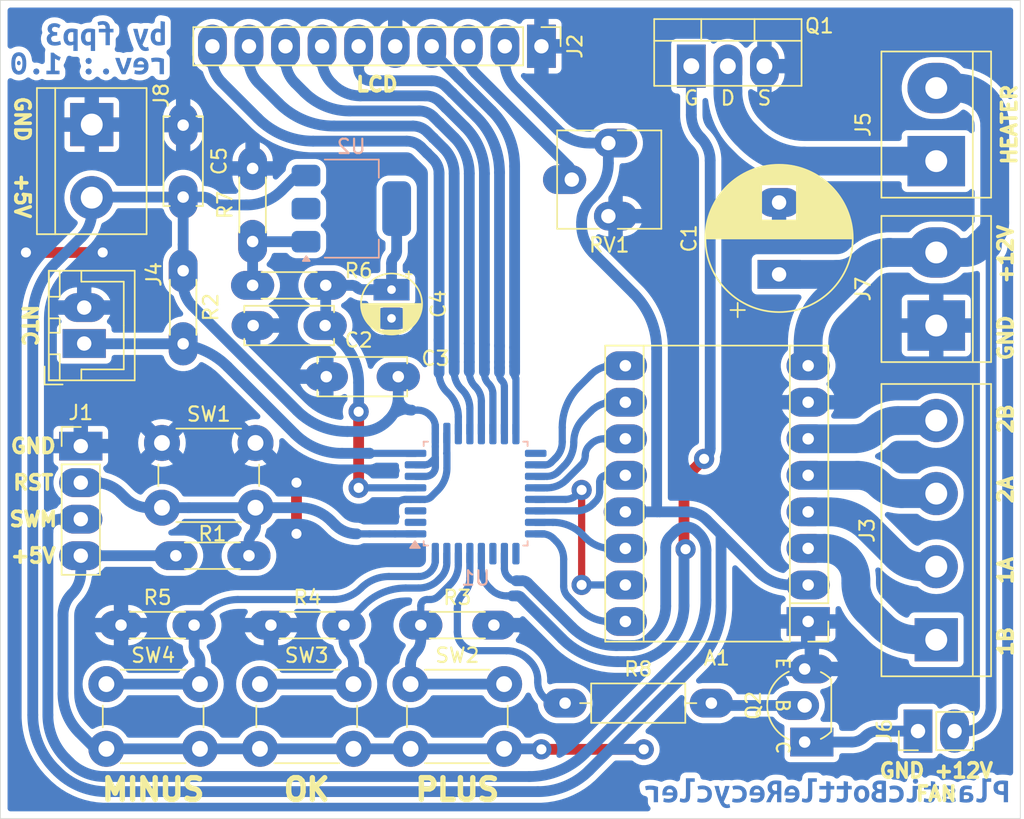
<source format=kicad_pcb>
(kicad_pcb (version 20241229) (generator "pcbnew") (generator_version "9.0")
  (layers (0 "F.Cu" signal) (2 "B.Cu" signal) (13 "F.Paste" user) (15 "B.Paste" user) (5 "F.SilkS" user "F.Silkscreen") (7 "B.SilkS" user "B.Silkscreen") (1 "F.Mask" user) (3 "B.Mask" user) (25 "Edge.Cuts" user))
  (net 0 "")
  (net 1 "Net-(A1-1B)")
  (net 2 "GND")
  (net 3 "Net-(A1-2A)")
  (net 4 "A4988_SLP")
  (net 5 "+5V")
  (net 6 "A4988_DIR")
  (net 7 "A4988_MS1")
  (net 8 "A4988_MS3")
  (net 9 "A4988_MS2")
  (net 10 "+12V")
  (net 11 "Net-(A1-1A)")
  (net 12 "Net-(A1-2B)")
  (net 13 "A4988_STP")
  (net 14 "A4988_ENA")
  (net 15 "+1V8")
  (net 16 "Net-(U2-ADJ)")
  (net 17 "HEATER")
  (net 18 "FAN1")
  (net 19 "SWIM")
  (net 20 "RESET")
  (net 21 "LCD_D5")
  (net 22 "LCD_RS")
  (net 23 "LCD_D4")
  (net 24 "LCD_D7")
  (net 25 "LCD_D6")
  (net 26 "LCD_EN")
  (net 27 "Net-(J2-Pin_3)")
  (net 28 "Net-(J4-Pin_1)")
  (net 29 "Net-(J5-Pin_1)")
  (net 30 "Net-(J6-Pin_1)")
  (net 31 "Net-(Q2-B)")
  (net 32 "BTN_PLUS")
  (net 33 "BTN_OK")
  (net 34 "BTN_MINUS")
  (footprint "Connector_PinHeader_2.54mm:PinHeader_1x02_P2.54mm_Vertical" (layer "F.Cu") (at 178.9 122.936 90)
    (property "Reference" "J6")
    (property "Value" "FAN1")
  )
  (footprint "Button_Switch_THT:SW_PUSH_6mm_H5mm" (layer "F.Cu") (at 133.18 119.67)
    (property "Reference" "SW3")
    (property "Value" "SW_Push")
  )
  (footprint "Resistor_THT:R_Axial_DIN0204_L3.6mm_D1.6mm_P5.08mm_Horizontal" (layer "F.Cu") (at 127.338 110.744)
    (property "Reference" "R1")
    (property "Value" "10K")
  )
  (footprint "Capacitor_THT:C_Disc_D6.0mm_W2.5mm_P5.00mm" (layer "F.Cu") (at 137.792 98.298)
    (property "Reference" "C3")
    (property "Value" "100n")
  )
  (footprint "PCM_Package_TO_SOT_THT_AKL:TO-92_Inline_Wide_CBE" (layer "F.Cu") (at 171.026 123.698 90)
    (property "Reference" "Q2")
    (property "Value" "BC337" (hide yes))
  )
  (footprint "TerminalBlock:TerminalBlock_bornier-2_P5.08mm" (layer "F.Cu") (at 180.17 83.312 90)
    (property "Reference" "J5")
    (property "Value" "HEATER")
  )
  (footprint "Connector_PinHeader_2.54mm:PinHeader_1x04_P2.54mm_Vertical" (layer "F.Cu") (at 120.734 103.124)
    (property "Reference" "J1")
    (property "Value" "SWIM")
  )
  (footprint "Button_Switch_THT:SW_PUSH_6mm_H5mm" (layer "F.Cu") (at 143.646 119.67)
    (property "Reference" "SW2")
    (property "Value" "SW_Push")
  )
  (footprint "Connector_PinHeader_2.54mm:PinHeader_1x10_P2.54mm_Vertical" (layer "F.Cu") (at 152.738 75.327 -90)
    (property "Reference" "J2")
    (property "Value" "LCD")
  )
  (footprint "TerminalBlock:TerminalBlock_bornier-2_P5.08mm" (layer "F.Cu") (at 121.496 80.772 -90)
    (property "Reference" "J8")
    (property "Value" "+5V")
  )
  (footprint "Capacitor_THT:CP_Radial_D4.0mm_P2.00mm" (layer "F.Cu") (at 142.324 92.2454 -90)
    (property "Reference" "C4")
    (property "Value" "10u")
  )
  (footprint "TerminalBlock:TerminalBlock_bornier-2_P5.08mm" (layer "F.Cu") (at 180.17 94.742 90)
    (property "Reference" "J7")
    (property "Value" "+12V")
  )
  (footprint "Resistor_THT:R_Axial_DIN0204_L3.6mm_D1.6mm_P5.08mm_Horizontal" (layer "F.Cu") (at 144.356 115.57)
    (property "Reference" "R3")
    (property "Value" "10K")
  )
  (footprint "Connector_JST:JST_XH_B2B-XH-A_1x02_P2.50mm_Vertical" (layer "F.Cu") (at 120.971 95.992 90)
    (property "Reference" "J4")
    (property "Value" "NTC")
  )
  (footprint "Resistor_THT:R_Axial_DIN0204_L3.6mm_D1.6mm_P5.08mm_Horizontal" (layer "F.Cu") (at 127.846 90.932 -90)
    (property "Reference" "R2")
    (property "Value" "4K7")
  )
  (footprint "TerminalBlock:TerminalBlock_bornier-4_P5.08mm" (layer "F.Cu") (at 180.17 116.586 90)
    (property "Reference" "J3")
    (property "Value" "Screw_Terminal_01x04")
  )
  (footprint "Resistor_THT:R_Axial_DIN0204_L3.6mm_D1.6mm_P5.08mm_Horizontal" (layer "F.Cu") (at 132.672 88.9 90)
    (property "Reference" "R7")
    (property "Value" "4K7")
  )
  (footprint "Capacitor_THT:CP_Radial_D10.0mm_P5.00mm" (layer "F.Cu") (at 169.248 91.186 90)
    (property "Reference" "C1")
    (property "Value" "1000u")
  )
  (footprint "PCM_Package_TO_SOT_THT_AKL:TO-220-3_Vertical_GDS" (layer "F.Cu") (at 163.152 76.708)
    (property "Reference" "Q1")
    (property "Value" "IRF3205" (hide yes))
  )
  (footprint "Button_Switch_THT:SW_PUSH_6mm_H5mm" (layer "F.Cu") (at 122.512 119.67)
    (property "Reference" "SW4")
    (property "Value" "SW_Push")
  )
  (footprint "Button_Switch_THT:SW_PUSH_6mm_H5mm" (layer "F.Cu") (at 126.374 102.906)
    (property "Reference" "SW1")
    (property "Value" "RESET")
  )
  (footprint "Module:Pololu_Breakout-16_15.2x20.3mm" (layer "F.Cu") (at 171.27 115.316 180)
    (property "Reference" "A1")
    (property "Value" "Pololu_Breakout_A4988")
  )
  (footprint "Resistor_THT:R_Axial_DIN0207_L6.3mm_D2.5mm_P10.16mm_Horizontal" (layer "F.Cu") (at 154.384 120.994)
    (property "Reference" "R8")
    (property "Value" "680")
  )
  (footprint "Potentiometer_THT:Potentiometer_Vishay_T73YP_Vertical" (layer "F.Cu") (at 157.3885 82.057 180)
    (property "Reference" "RV1")
    (property "Value" "100K")
  )
  (footprint "Resistor_THT:R_Axial_DIN0204_L3.6mm_D1.6mm_P5.08mm_Horizontal" (layer "F.Cu") (at 123.528 115.57)
    (property "Reference" "R5")
    (property "Value" "10K")
  )
  (footprint "Resistor_THT:R_Axial_DIN0204_L3.6mm_D1.6mm_P5.08mm_Horizontal" (layer "F.Cu") (at 133.942 115.57)
    (property "Reference" "R4")
    (property "Value" "10K")
  )
  (footprint "Capacitor_THT:C_Disc_D6.0mm_W2.5mm_P5.00mm" (layer "F.Cu") (at 127.846 80.812 -90)
    (property "Reference" "C5")
    (property "Value" "100n")
  )
  (footprint "Capacitor_THT:C_Disc_D6.0mm_W2.5mm_P5.00mm" (layer "F.Cu") (at 132.712 94.742)
    (property "Reference" "C2")
    (property "Value" "100n")
  )
  (footprint "Resistor_THT:R_Axial_DIN0204_L3.6mm_D1.6mm_P5.08mm_Horizontal" (layer "F.Cu") (at 137.752 91.948 180)
    (property "Reference" "R6")
    (property "Value" "10K")
  )
  (footprint "kibuzzard-679459C7" (layer "B.Cu") (at 121.242 75.438 180)
    (property "Reference" "kibuzzard-679459C7" (hide yes))
    (property "Value" "G***" (hide yes))
  )
  (footprint "Package_QFP:LQFP-32_7x7mm_P0.8mm" (layer "B.Cu") (at 148.166 106.426)
    (property "Reference" "U1")
    (property "Value" "STM8S005K6T6C")
  )
  (footprint "Package_TO_SOT_SMD:SOT-223-3_TabPin2" (layer "B.Cu") (at 139.53 86.614)
    (property "Reference" "U2")
    (property "Value" "AMS1117")
  )
  (footprint "kibuzzard-679458C4" (layer "B.Cu") (at 172.55 127.254 180)
    (property "Reference" "kibuzzard-679458C4" (hide yes))
    (property "Value" "G***" (hide yes))
  )
  (gr_rect (start 115.146 72.136) (end 186.012 129.016) (stroke (width 0.05)) (fill no) (layer "Edge.Cuts"))
  (gr_text "GND" (at 117.432 103.124 0) (layer "F.SilkS") (effects (font (size 1 1) (thickness 0.25) (bold yes))))
  (gr_text "GND   +12V" (at 184.996 92.456 90) (layer "F.SilkS") (effects (font (size 1 1) (thickness 0.25) (bold yes))))
  (gr_text "HEATER" (at 185.25 80.772 90) (layer "F.SilkS") (effects (font (size 1 1) (thickness 0.25) (bold yes))))
  (gr_text "LCD" (at 141.308 77.978 0) (layer "F.SilkS") (effects (font (size 1 1) (thickness 0.25) (bold yes))))
  (gr_text "GND +12V\nFAN" (at 180.17 126.492 0) (layer "F.SilkS") (effects (font (size 1 1) (thickness 0.25) (bold yes))))
  (gr_text "MINUS" (at 125.762 127 0) (layer "F.SilkS") (effects (font (size 1.5 1.5) (thickness 0.375) (bold yes))))
  (gr_text "+5V" (at 117.432 110.744 0) (layer "F.SilkS") (effects (font (size 1 1) (thickness 0.25) (bold yes))))
  (gr_text "GND   +5V" (at 116.67 83.058 270) (layer "F.SilkS") (effects (font (size 1 1) (thickness 0.25) (bold yes))))
  (gr_text "PLUS" (at 146.896 127 0) (layer "F.SilkS") (effects (font (size 1.5 1.5) (thickness 0.375) (bold yes))))
  (gr_text "OK" (at 136.43 127 0) (layer "F.SilkS") (effects (font (size 1.5 1.5) (thickness 0.375) (bold yes))))
  (gr_text "SWM" (at 117.432 108.204 0) (layer "F.SilkS") (effects (font (size 1 1) (thickness 0.25) (bold yes))))
  (gr_text "NTC" (at 117.178 94.742 -90) (layer "F.SilkS") (effects (font (size 1 1) (thickness 0.25) (bold yes))))
  (gr_text "1B    1A     2A    2B" (at 184.996 108.966 90) (layer "F.SilkS") (effects (font (size 1 1) (thickness 0.25) (bold yes))))
  (gr_text "RST" (at 117.432 105.664 0) (layer "F.SilkS") (effects (font (size 1 1) (thickness 0.25) (bold yes))))
  (segment (start 175.390223 114.600223) (end 176.388171 115.598171) (width 2) (layer "B.Cu") (net 1))
  (segment (start 178.773 116.586) (end 180.17 116.586) (width 2) (layer "B.Cu") (net 1))
  (segment (start 174.582 112.649) (end 174.582 112.404025) (width 2) (layer "B.Cu") (net 1))
  (segment (start 172.413974 110.236) (end 171.27 110.236) (width 2) (layer "B.Cu") (net 1))
  (arc (start 176.388171 115.598171) (mid 177.48234 116.329271) (end 178.773 116.586) (width 2) (layer "B.Cu") (net 1))
  (arc (start 172.413974 110.236) (mid 173.243641 110.401031) (end 173.947 110.871) (width 2) (layer "B.Cu") (net 1))
  (arc (start 175.390223 114.600223) (mid 174.79205 113.704994) (end 174.582 112.649) (width 2) (layer "B.Cu") (net 1))
  (arc (start 174.582 112.404025) (mid 174.416968 111.574357) (end 173.947 110.871) (width 2) (layer "B.Cu") (net 1))
  (segment (start 122.258 89.662) (end 116.924 89.662) (width 0.75) (layer "F.Cu") (net 2))
  (segment (start 135.72 105.664) (end 135.72 109.22) (width 0.75) (layer "F.Cu") (net 2))
  (via (at 135.72 109.22) (size 1.4) (drill 0.7) (layers "F.Cu" "B.Cu") (net 2))
  (via (at 116.924 89.662) (size 1.4) (drill 0.7) (layers "F.Cu" "B.Cu") (net 2))
  (via (at 122.258 89.662) (size 1.4) (drill 0.7) (layers "F.Cu" "B.Cu") (net 2))
  (via (at 135.72 105.664) (size 1.4) (drill 0.7) (layers "F.Cu" "B.Cu") (net 2))
  (segment (start 142.657626 107.108372) (end 142.07 107.696) (width 0.5) (layer "B.Cu") (net 2))
  (segment (start 146.166 103.623444) (end 146.166 102.251) (width 0.5) (layer "B.Cu") (net 2))
  (segment (start 144.315865 106.826) (end 143.666135 106.826) (width 0.5) (layer "B.Cu") (net 2))
  (segment (start 145.535529 106.189529) (end 145.081721 106.643336) (width 0.5) (layer "B.Cu") (net 2))
  (segment (start 144.315865 106.826) (end 144.64073 106.826) (width 0.5) (layer "B.Cu") (net 2))
  (segment (start 142.578 75.327) (end 142.578 73.406) (width 0.75) (layer "B.Cu") (net 2))
  (segment (start 151.034394 115.57) (end 149.436 115.57) (width 0.75) (layer "B.Cu") (net 2))
  (segment (start 143.666135 106.826) (end 143.339331 106.826) (width 0.5) (layer "B.Cu") (net 2))
  (segment (start 146.172 104.652952) (end 146.172 103.637929) (width 0.5) (layer "B.Cu") (net 2))
  (segment (start 151.341 115.697) (end 151.468 115.824) (width 0.75) (layer "B.Cu") (net 2))
  (arc (start 142.657626 107.108372) (mid 142.970395 106.899386) (end 143.339331 106.826) (width 0.5) (layer "B.Cu") (net 2))
  (arc (start 151.034394 115.57) (mid 151.200328 115.603006) (end 151.341 115.697) (width 0.75) (layer "B.Cu") (net 2))
  (arc (start 146.169 103.630687) (mid 146.17122 103.634009) (end 146.172 103.637929) (width 0.5) (layer "B.Cu") (net 2))
  (arc (start 146.166 103.623444) (mid 146.166779 103.627363) (end 146.169 103.630687) (width 0.5) (layer "B.Cu") (net 2))
  (arc (start 145.081721 106.643336) (mid 144.879393 106.778527) (end 144.64073 106.826) (width 0.5) (layer "B.Cu") (net 2))
  (arc (start 145.535529 106.189529) (mid 146.006586 105.484541) (end 146.172 104.652952) (width 0.5) (layer "B.Cu") (net 2))
  (segment (start 174.699974 105.156) (end 171.27 105.156) (width 2) (layer "B.Cu") (net 3))
  (segment (start 177.766025 106.426) (end 180.17 106.426) (width 2) (layer "B.Cu") (net 3))
  (arc (start 174.699974 105.156) (mid 175.529641 105.321031) (end 176.233 105.791) (width 2) (layer "B.Cu") (net 3))
  (arc (start 177.766025 106.426) (mid 176.936357 106.260968) (end 176.233 105.791) (width 2) (layer "B.Cu") (net 3))
  (segment (start 157.559 110.236) (end 158.57 110.236) (width 0.5) (layer "B.Cu") (net 4))
  (segment (start 153.5395 108.426) (end 152.341 108.426) (width 0.5) (layer "B.Cu") (net 4))
  (segment (start 155.833115 109.521115) (end 155.585467 109.273467) (width 0.5) (layer "B.Cu") (net 4))
  (arc (start 157.559 110.236) (mid 156.624957 110.050207) (end 155.833115 109.521115) (width 0.5) (layer "B.Cu") (net 4))
  (arc (start 153.5395 108.426) (mid 154.646769 108.646249) (end 155.585467 109.273467) (width 0.5) (layer "B.Cu") (net 4))
  (segment (start 159.85 124.206) (end 152.738 124.206) (width 0.75) (layer "F.Cu") (net 5))
  (via (at 152.738 124.206) (size 1.4) (drill 0.7) (layers "F.Cu" "B.Cu") (net 5))
  (via (at 159.85 124.206) (size 1.4) (drill 0.7) (layers "F.Cu" "B.Cu") (net 5))
  (segment (start 120.734 110.744) (end 127.338 110.744) (width 0.75) (layer "B.Cu") (net 5))
  (segment (start 157.55423 124.176692) (end 163.624207 118.106716) (width 0.75) (layer "B.Cu") (net 5))
  (segment (start 157.55423 124.176692) (end 157.534693 124.196231) (width 0.75) (layer "B.Cu") (net 5))
  (segment (start 160.745 96.366963) (end 160.745 107.48944) (width 0.75) (layer "B.Cu") (net 5))
  (segment (start 122.512746 127.145) (end 152.493921 127.145) (width 0.75) (layer "B.Cu") (net 5))
  (segment (start 157.3885 82.057) (end 156.08675 82.057) (width 0.75) (layer "B.Cu") (net 5))
  (segment (start 119.107014 125.7343) (end 118.957857 125.585143) (width 0.75) (layer "B.Cu") (net 5))
  (segment (start 120.734 111.902016) (end 120.734 110.744) (width 0.75) (layer "B.Cu") (net 5))
  (segment (start 150.955664 78.227664) (end 153.864523 81.136523) (width 0.75) (layer "B.Cu") (net 5))
  (segment (start 150.198 76.3985) (end 150.198 75.327) (width 0.75) (layer "B.Cu") (net 5))
  (segment (start 165.184 109.22) (end 165.15 109.186) (width 0.75) (layer "B.Cu") (net 5))
  (segment (start 150.146 124.17) (end 152.676544 124.17) (width 0.75) (layer "B.Cu") (net 5))
  (segment (start 145.372 104.553399) (end 145.372 103.9693) (width 0.5) (layer "B.Cu") (net 5))
  (segment (start 121.496 85.880284) (end 121.496 86.868) (width 0.75) (layer "B.Cu") (net 5))
  (segment (start 156.398345 85.758345) (end 156.274538 85.882152) (width 0.75) (layer "B.Cu") (net 5))
  (segment (start 155.532 87.762346) (end 155.531997 87.572468) (width 0.75) (layer "B.Cu") (net 5))
  (segment (start 165.15 109.186) (end 164.23654 108.27254) (width 0.75) (layer "B.Cu") (net 5))
  (segment (start 144.629102 104.426) (end 143.991 104.426) (width 0.5) (layer "B.Cu") (net 5))
  (segment (start 130.519494 86.36) (end 132.241259 86.36) (width 0.75) (layer "B.Cu") (net 5))
  (segment (start 142.049999 101.365999) (end 142.137219 101.27878) (width 0.75) (layer "B.Cu") (net 5))
  (segment (start 127.846 89.119192) (end 127.846 85.812) (width 0.75) (layer "B.Cu") (net 5))
  (segment (start 145.366 102.251) (end 145.366 103.156) (width 0.5) (layer "B.Cu") (net 5))
  (segment (start 160.78044 107.696) (end 158.57 107.696) (width 0.75) (layer "B.Cu") (net 5))
  (segment (start 145.005 100.985) (end 145.046034 101.026034) (width 0.5) (layer "B.Cu") (net 5))
  (segment (start 117.398 121.819315) (end 117.398 94.235963) (width 0.75) (layer "B.Cu") (net 5))
  (segment (start 144.133468 100.624) (end 143.718 100.624) (width 0.5) (layer "B.Cu") (net 5))
  (segment (start 145.366 102.251) (end 145.366 101.7985) (width 0.5) (layer "B.Cu") (net 5))
  (segment (start 165.201 109.237) (end 167.845509 111.881509) (width 0.75) (layer "B.Cu") (net 5))
  (segment (start 165.15 109.186) (end 165.184 109.22) (width 0.75) (layer "B.Cu") (net 5))
  (segment (start 145.089946 104.235112) (end 145.363 103.962058) (width 0.5) (layer "B.Cu") (net 5))
  (segment (start 129.196505 85.812) (end 127.846 85.812) (width 0.75) (layer "B.Cu") (net 5))
  (segment (start 157.3885 82.057) (end 157.3885 83.455448) (width 0.75) (layer "B.Cu") (net 5))
  (segment (start 165.201 109.237) (end 165.184 109.22) (width 0.75) (layer "B.Cu") (net 5))
  (segment (start 156.065193 125.665731) (end 157.534693 124.196231) (width 0.75) (layer "B.Cu") (net 5))
  (segment (start 156.336442 89.704442) (end 159.151207 92.519207) (width 0.75) (layer "B.Cu") (net 5))
  (segment (start 156.460249 85.696441) (end 156.398345 85.758345) (width 0.75) (layer "B.Cu") (net 5))
  (segment (start 142.792 99.698) (end 142.792 98.298) (width 0.75) (layer "B.Cu") (net 5))
  (segment (start 128.486924 93.385732) (end 135.760044 100.658852) (width 0.75) (layer "B.Cu") (net 5))
  (segment (start 157.577815 124.206) (end 159.85 124.206) (width 0.75) (layer "B.Cu") (net 5))
  (segment (start 160.951559 107.696) (end 160.78044 107.696) (width 0.75) (layer "B.Cu") (net 5))
  (segment (start 139.258596 102.108) (end 140.258653 102.108) (width 0.75) (layer "B.Cu") (net 5))
  (segment (start 152.72 124.188) (end 152.738 124.206) (width 0.75) (layer "B.Cu") (net 5))
  (segment (start 119.498 120.325595) (end 119.498 114.885983) (width 0.75) (layer "B.Cu") (net 5))
  (segment (start 120.777579 88.60242) (end 118.991792 90.388207) (width 0.75) (layer "B.Cu") (net 5))
  (segment (start 165.201 109.237) (end 165.184 109.22) (width 0.75) (layer "B.Cu") (net 5))
  (segment (start 150.146 124.17) (end 121.75 124.17) (width 0.75) (layer "B.Cu") (net 5))
  (segment (start 170.005 112.776) (end 171.27 112.776) (width 0.75) (layer "B.Cu") (net 5))
  (segment (start 144.699399 105.226) (end 143.991 105.226) (width 0.5) (layer "B.Cu") (net 5))
  (segment (start 134.710999 85.336999) (end 135.505604 84.542395) (width 0.75) (layer "B.Cu") (net 5))
  (segment (start 160.951559 107.696) (end 162.844649 107.696) (width 0.75) (layer "B.Cu") (net 5))
  (segment (start 165.218 114.25896) (end 165.218 109.278041) (width 0.75) (layer "B.Cu") (net 5))
  (segment (start 127.846 89.119192) (end 127.846 90.932) (width 0.75) (layer "B.Cu") (net 5))
  (segment (start 127.846 90.932) (end 127.846 91.838404) (width 0.75) (layer "B.Cu") (net 5))
  (segment (start 136.057 84.314) (end 136.38 84.314) (width 0.75) (layer "B.Cu") (net 5))
  (segment (start 156.202143 85.954548) (end 156.274538 85.882152) (width 0.75) (layer "B.Cu") (net 5))
  (segment (start 145.366 103.954815) (end 145.366 103.156) (width 0.5) (layer "B.Cu") (net 5))
  (segment (start 120.624 123.044) (end 121.75 124.17) (width 0.75) (layer "B.Cu") (net 5))
  (segment (start 127.846 85.812) (end 121.564284 85.812) (width 0.75) (layer "B.Cu") (net 5))
  (arc (start 157.55423 124.176692) (mid 157.550184 124.186461) (end 157.554231 124.196231) (width 0.75) (layer "B.Cu") (net 5))
  (arc (start 120.734 111.902016) (mid 120.573387 112.709471) (end 120.116 113.394) (width 0.75) (layer "B.Cu") (net 5))
  (arc (start 121.496 86.868) (mid 121.309288 87.806661) (end 120.777579 88.60242) (width 0.75) (layer "B.Cu") (net 5))
  (arc (start 145.366 103.954815) (mid 145.366779 103.958734) (end 145.369 103.962058) (width 0.5) (layer "B.Cu") (net 5))
  (arc (start 152.676544 124.17) (mid 152.700062 124.174678) (end 152.72 124.188) (width 0.75) (layer "B.Cu") (net 5))
  (arc (start 145.089946 104.235112) (mid 144.878509 104.37639) (end 144.629102 104.426) (width 0.5) (layer "B.Cu") (net 5))
  (arc (start 160.8055 107.6355) (mid 160.872512 107.680276) (end 160.951559 107.696) (width 0.75) (layer "B.Cu") (net 5))
  (arc (start 145.372 103.9693) (mid 145.37122 103.96538) (end 145.369 103.962058) (width 0.5) (layer "B.Cu") (net 5))
  (arc (start 157.554231 124.196231) (mid 157.544462 124.192184) (end 157.534693 124.196231) (width 0.75) (layer "B.Cu") (net 5))
  (arc (start 122.512746 127.145) (mid 120.669577 126.778371) (end 119.107014 125.7343) (width 0.75) (layer "B.Cu") (net 5))
  (arc (start 121.496 85.880284) (mid 121.501197 85.854152) (end 121.516 85.832) (width 0.75) (layer "B.Cu") (net 5))
  (arc (start 145.363 103.962058) (mid 145.366 103.960815) (end 145.369 103.962058) (width 0.5) (layer "B.Cu") (net 5))
  (arc (start 156.460249 85.696441) (mid 157.147255 84.668265) (end 157.3885 83.455448) (width 0.75) (layer "B.Cu") (net 5))
  (arc (start 120.116 113.394) (mid 119.658612 114.078527) (end 119.498 114.885983) (width 0.75) (layer "B.Cu") (net 5))
  (arc (start 129.196505 85.812) (mid 129.554503 85.88321) (end 129.858 86.086) (width 0.75) (layer "B.Cu") (net 5))
  (arc (start 165.218 114.25896) (mid 164.803786 116.34135) (end 163.624207 118.106716) (width 0.75) (layer "B.Cu") (net 5))
  (arc (start 153.864523 81.136523) (mid 154.884089 81.817775) (end 156.08675 82.057) (width 0.75) (layer "B.Cu") (net 5))
  (arc (start 165.201 109.237) (mid 165.201 109.237) (end 165.201 109.237) (width 0.75) (layer "B.Cu") (net 5))
  (arc (start 156.065193 125.665731) (mid 154.426679 126.76055) (end 152.493921 127.145) (width 0.75) (layer "B.Cu") (net 5))
  (arc (start 165.201 109.237) (mid 165.213581 109.255829) (end 165.218 109.278041) (width 0.75) (layer "B.Cu") (net 5))
  (arc (start 118.991792 90.388207) (mid 117.812213 92.153572) (end 117.398 94.235963) (width 0.75) (layer "B.Cu") (net 5))
  (arc (start 156.202143 85.954548) (mid 155.706154 86.696856) (end 155.531997 87.572468) (width 0.75) (layer "B.Cu") (net 5))
  (arc (start 160.8055 107.6355) (mid 160.813182 107.674122) (end 160.78044 107.696) (width 0.75) (layer "B.Cu") (net 5))
  (arc (start 134.710999 85.336999) (mid 133.577873 86.09413) (end 132.241259 86.36) (width 0.75) (layer "B.Cu") (net 5))
  (arc (start 145.372 104.553399) (mid 145.320801 104.810792) (end 145.175 105.029) (width 0.5) (layer "B.Cu") (net 5))
  (arc (start 150.198 76.3985) (mid 150.39491 77.388436) (end 150.955664 78.227664) (width 0.75) (layer "B.Cu") (net 5))
  (arc (start 121.564284 85.812) (mid 121.538152 85.817197) (end 121.516 85.832) (width 0.75) (layer "B.Cu") (net 5))
  (arc (start 165.184 109.22) (mid 165.184 109.22) (end 165.184 109.22) (width 0.75) (layer "B.Cu") (net 5))
  (arc (start 129.858 86.086) (mid 130.161496 86.288789) (end 130.519494 86.36) (width 0.75) (layer "B.Cu") (net 5))
  (arc (start 160.8055 107.6355) (mid 160.760723 107.568487) (end 160.745 107.48944) (width 0.75) (layer "B.Cu") (net 5))
  (arc (start 143.718 100.624) (mid 142.862487 100.794171) (end 142.137219 101.27878) (width 0.5) (layer "B.Cu") (net 5))
  (arc (start 120.624 123.044) (mid 119.790637 121.796785) (end 119.498 120.325595) (width 0.75) (layer "B.Cu") (net 5))
  (arc (start 139.258596 102.108) (mid 137.365193 101.731378) (end 135.760044 100.658852) (width 0.75) (layer "B.Cu") (net 5))
  (arc (start 160.745 96.366963) (mid 160.330786 94.284572) (end 159.151207 92.519207) (width 0.75) (layer "B.Cu") (net 5))
  (arc (start 142.792 99.698) (mid 143.063219 100.35278) (end 143.718 100.624) (width 0.75) (layer "B.Cu") (net 5))
  (arc (start 156.336442 89.704442) (mid 155.741067 88.813401) (end 155.532 87.762346) (width 0.75) (layer "B.Cu") (net 5))
  (arc (start 144.699399 105.226) (mid 144.956792 105.174801) (end 145.175 105.029) (width 0.5) (layer "B.Cu") (net 5))
  (arc (start 164.23654 108.27254) (mid 163.597935 107.845838) (end 162.844649 107.696) (width 0.75) (layer "B.Cu") (net 5))
  (arc (start 136.057 84.314) (mid 135.758586 84.373357) (end 135.505604 84.542395) (width 0.75) (layer "B.Cu") (net 5))
  (arc (start 128.486924 93.385732) (mid 128.01257 92.675811) (end 127.846 91.838404) (width 0.75) (layer "B.Cu") (net 5))
  (arc (start 142.049999 101.365999) (mid 141.228122 101.91516) (end 140.258653 102.108) (width 0.75) (layer "B.Cu") (net 5))
  (arc (start 117.398 121.819315) (mid 117.803393 123.857366) (end 118.957857 125.585143) (width 0.75) (layer "B.Cu") (net 5))
  (arc (start 142.792 99.698) (mid 142.621827 100.553512) (end 142.137219 101.27878) (width 0.75) (layer "B.Cu") (net 5))
  (arc (start 157.577815 124.206) (mid 157.565051 124.203461) (end 157.554231 124.196231) (width 0.75) (layer "B.Cu") (net 5))
  (arc (start 170.005 112.776) (mid 168.836292 112.543529) (end 167.845509 111.881509) (width 0.75) (layer "B.Cu") (net 5))
  (arc (start 145.366 103.954815) (mid 145.36522 103.958734) (end 145.363 103.962058) (width 0.5) (layer "B.Cu") (net 5))
  (arc (start 144.133468 100.624) (mid 144.605137 100.71782) (end 145.005 100.985) (width 0.5) (layer "B.Cu") (net 5))
  (arc (start 145.046034 101.026034) (mid 145.282843 101.380444) (end 145.366 101.7985) (width 0.5) (layer "B.Cu") (net 5))
  (segment (start 152.7965 109.226) (end 152.341 109.226) (width 0.5) (layer "B.Cu") (net 6))
  (segment (start 157.437116 115.316) (end 158.57 115.316) (width 0.5) (layer "B.Cu") (net 6))
  (segment (start 153.574087 109.548087) (end 153.767 109.741) (width 0.5) (layer "B.Cu") (net 6))
  (segment (start 155.503163 114.51493) (end 154.594453 113.60622) (width 0.5) (layer "B.Cu") (net 6))
  (segment (start 154.282 110.984319) (end 154.282 112.851892) (width 0.5) (layer "B.Cu") (net 6))
  (arc (start 154.282 110.984319) (mid 154.148155 110.311439) (end 153.767 109.741) (width 0.5) (layer "B.Cu") (net 6))
  (arc (start 155.503163 114.51493) (mid 156.390468 115.107808) (end 157.437116 115.316) (width 0.5) (layer "B.Cu") (net 6))
  (arc (start 153.574087 109.548087) (mid 153.217327 109.309707) (end 152.7965 109.226) (width 0.5) (layer "B.Cu") (net 6))
  (arc (start 154.282 112.851892) (mid 154.363204 113.260131) (end 154.594453 113.60622) (width 0.5) (layer "B.Cu") (net 6))
  (segment (start 157.686 100.076) (end 158.57 100.076) (width 0.5) (layer "B.Cu") (net 7))
  (segment (start 153.901475 104.904953) (end 154.304197 104.502231) (width 0.5) (layer "B.Cu") (net 7))
  (segment (start 153.126399 105.226) (end 152.341 105.226) (width 0.5) (layer "B.Cu") (net 7))
  (segment (start 156.176917 100.701082) (end 155.667802 101.210197) (width 0.5) (layer "B.Cu") (net 7))
  (arc (start 154.986 102.856214) (mid 154.808805 103.747032) (end 154.304197 104.502231) (width 0.5) (layer "B.Cu") (net 7))
  (arc (start 154.986 102.856214) (mid 155.163194 101.965396) (end 155.667802 101.210197) (width 0.5) (layer "B.Cu") (net 7))
  (arc (start 153.126399 105.226) (mid 153.545867 105.142563) (end 153.901475 104.904953) (width 0.5) (layer "B.Cu") (net 7))
  (arc (start 156.176917 100.701082) (mid 156.86929 100.238453) (end 157.686 100.076) (width 0.5) (layer "B.Cu") (net 7))
  (segment (start 156.34772 107.125611) (end 156.325945 107.147387) (width 0.5) (layer "B.Cu") (net 8))
  (segment (start 155.185871 107.626) (end 152.341 107.626) (width 0.5) (layer "B.Cu") (net 8))
  (segment (start 156.498594 106.974733) (end 156.34772 107.125611) (width 0.5) (layer "B.Cu") (net 8))
  (segment (start 156.325945 107.147387) (end 156.315058 107.158275) (width 0.5) (layer "B.Cu") (net 8))
  (segment (start 156.782783 105.62241) (end 156.782783 106.288624) (width 0.5) (layer "B.Cu") (net 8))
  (segment (start 157.249193 105.156) (end 158.57 105.156) (width 0.5) (layer "B.Cu") (net 8))
  (arc (start 156.498594 106.974733) (mid 156.708925 106.659942) (end 156.782783 106.288624) (width 0.5) (layer "B.Cu") (net 8))
  (arc (start 155.185871 107.626) (mid 155.796982 107.504442) (end 156.315058 107.158275) (width 0.5) (layer "B.Cu") (net 8))
  (arc (start 156.782783 105.62241) (mid 156.818286 105.443922) (end 156.919391 105.292608) (width 0.5) (layer "B.Cu") (net 8))
  (arc (start 156.919391 105.292608) (mid 157.070705 105.191503) (end 157.249193 105.156) (width 0.5) (layer "B.Cu") (net 8))
  (segment (start 154.46716 105.470638) (end 155.51242 104.425378) (width 0.5) (layer "B.Cu") (net 9))
  (segment (start 157.086815 102.616) (end 158.57 102.616) (width 0.5) (layer "B.Cu") (net 9))
  (segment (start 156.059579 103.10442) (end 156.167 102.997) (width 0.5) (layer "B.Cu") (net 9))
  (segment (start 153.126399 106.026) (end 152.341 106.026) (width 0.5) (layer "B.Cu") (net 9))
  (arc (start 154.46716 105.470638) (mid 153.852013 105.881666) (end 153.126399 106.026) (width 0.5) (layer "B.Cu") (net 9))
  (arc (start 156.167 102.997) (mid 156.589014 102.715018) (end 157.086815 102.616) (width 0.5) (layer "B.Cu") (net 9))
  (arc (start 156.059579 103.10442) (mid 155.8571 103.40745) (end 155.786 103.764899) (width 0.5) (layer "B.Cu") (net 9))
  (arc (start 155.786 103.764899) (mid 155.714898 104.122347) (end 155.51242 104.425378) (width 0.5) (layer "B.Cu") (net 9))
  (segment (start 180.17 89.662) (end 182.171184 89.662) (width 2) (layer "B.Cu") (net 10))
  (segment (start 184.234 87.599184) (end 184.234 80.83363) (width 2) (layer "B.Cu") (net 10))
  (segment (start 183.726 88.646) (end 183.853 88.519) (width 2) (layer "B.Cu") (net 10))
  (segment (start 181.632369 78.232) (end 180.17 78.232) (width 2) (layer "B.Cu") (net 10))
  (segment (start 171.27 95.89) (end 171.27 97.536) (width 2) (layer "B.Cu") (net 10))
  (segment (start 183.091 89.281) (end 183.218 89.154) (width 2) (layer "B.Cu") (net 10))
  (segment (start 183.726 88.646) (end 183.218 89.154) (width 2) (layer "B.Cu") (net 10))
  (segment (start 183.98 121.201579) (end 183.98 89.76721) (width 0.75) (layer "B.Cu") (net 10))
  (segment (start 173.250369 91.186) (end 169.248 91.186) (width 2) (layer "B.Cu") (net 10))
  (segment (start 182.245579 122.936) (end 181.44 122.936) (width 0.75) (layer "B.Cu") (net 10))
  (segment (start 176.92963 89.662) (end 180.17 89.662) (width 2) (layer "B.Cu") (net 10))
  (segment (start 172.433897 93.080102) (end 175.089999 90.423999) (width 2) (layer "B.Cu") (net 10))
  (arc (start 181.632369 78.232) (mid 182.62797 78.430037) (end 183.472 78.994) (width 2) (layer "B.Cu") (net 10))
  (arc (start 183.98 89.76721) (mid 183.913987 89.435343) (end 183.726 89.154) (width 0.75) (layer "B.Cu") (net 10))
  (arc (start 175.089999 90.423999) (mid 175.934029 89.860037) (end 176.92963 89.662) (width 2) (layer "B.Cu") (net 10))
  (arc (start 183.218 89.154) (mid 183.472 89.048789) (end 183.726 89.154) (width 0.75) (layer "B.Cu") (net 10))
  (arc (start 183.091 89.281) (mid 182.668984 89.562981) (end 182.171184 89.662) (width 2) (layer "B.Cu") (net 10))
  (arc (start 175.09 90.424) (mid 175.934029 89.860037) (end 176.92963 89.662) (width 2) (layer "B.Cu") (net 10))
  (arc (start 172.433897 93.080102) (mid 171.572486 94.369294) (end 171.27 95.89) (width 2) (layer "B.Cu") (net 10))
  (arc (start 184.234 87.599184) (mid 184.134981 88.096984) (end 183.853 88.519) (width 2) (layer "B.Cu") (net 10))
  (arc (start 183.726 88.646) (mid 183.620789 88.9) (end 183.726 89.154) (width 2) (layer "B.Cu") (net 10))
  (arc (start 183.472 78.994) (mid 184.035962 79.838029) (end 184.234 80.83363) (width 2) (layer "B.Cu") (net 10))
  (arc (start 175.09 90.424) (mid 175.089999 90.423999) (end 175.089999 90.423999) (width 2) (layer "B.Cu") (net 10))
  (arc (start 183.98 121.201579) (mid 183.847975 121.865313) (end 183.472 122.428) (width 0.75) (layer "B.Cu") (net 10))
  (arc (start 182.245579 122.936) (mid 182.909313 122.803975) (end 183.472 122.428) (width 0.75) (layer "B.Cu") (net 10))
  (arc (start 175.09 90.424) (mid 174.24597 90.987962) (end 173.250369 91.186) (width 2) (layer "B.Cu") (net 10))
  (segment (start 172.799 107.696) (end 171.27 107.696) (width 2) (layer "B.Cu") (net 11))
  (segment (start 179.154 111.506) (end 180.17 111.506) (width 2) (layer "B.Cu") (net 11))
  (segment (start 177.419579 110.787579) (end 175.409166 108.777166) (width 2) (layer "B.Cu") (net 11))
  (arc (start 175.409166 108.777166) (mid 174.211611 107.976985) (end 172.799 107.696) (width 2) (layer "B.Cu") (net 11))
  (arc (start 177.419579 110.787579) (mid 178.215338 111.319288) (end 179.154 111.506) (width 2) (layer "B.Cu") (net 11))
  (segment (start 177.512025 101.346) (end 180.17 101.346) (width 2) (layer "B.Cu") (net 12))
  (segment (start 174.445974 102.616) (end 171.27 102.616) (width 2) (layer "B.Cu") (net 12))
  (arc (start 177.512025 101.346) (mid 176.682357 101.511031) (end 175.979 101.981) (width 2) (layer "B.Cu") (net 12))
  (arc (start 174.445974 102.616) (mid 175.275641 102.450968) (end 175.979 101.981) (width 2) (layer "B.Cu") (net 12))
  (segment (start 155.532783 112.774663) (end 155.532783 106.172784) (width 0.5) (layer "F.Cu") (net 13))
  (segment (start 155.532391 112.775608) (end 155.532 112.776) (width 0.5) (layer "F.Cu") (net 13))
  (via (at 155.532783 106.172784) (size 1.4) (drill 0.7) (layers "F.Cu" "B.Cu") (net 13))
  (via (at 155.532 112.776) (size 1.4) (drill 0.7) (layers "F.Cu" "B.Cu") (net 13))
  (arc (start 155.532783 112.774663) (mid 155.532681 112.775174) (end 155.532391 112.775608) (width 0.5) (layer "F.Cu") (net 13))
  (segment (start 155.532 112.776) (end 158.57 112.776) (width 0.5) (layer "B.Cu") (net 13))
  (segment (start 154.417673 106.826) (end 152.341 106.826) (width 0.5) (layer "B.Cu") (net 13))
  (segment (start 155.532783 106.172784) (end 155.206175 106.499392) (width 0.5) (layer "B.Cu") (net 13))
  (arc (start 154.417673 106.826) (mid 154.844407 106.741117) (end 155.206175 106.499392) (width 0.5) (layer "B.Cu") (net 13))
  (segment (start 153.717528 103.957528) (end 153.415226 104.259832) (width 0.5) (layer "B.Cu") (net 14))
  (segment (start 156.176917 98.161082) (end 155.365827 98.972171) (width 0.5) (layer "B.Cu") (net 14))
  (segment (start 154.186 102.826539) (end 154.186 101.820529) (width 0.5) (layer "B.Cu") (net 14))
  (segment (start 153.014063 104.426) (end 152.341 104.426) (width 0.5) (layer "B.Cu") (net 14))
  (segment (start 157.686 97.536) (end 158.57 97.536) (width 0.5) (layer "B.Cu") (net 14))
  (arc (start 155.365827 98.972171) (mid 154.492627 100.279008) (end 154.186 101.820529) (width 0.5) (layer "B.Cu") (net 14))
  (arc (start 157.686 97.536) (mid 156.86929 97.698453) (end 156.176917 98.161082) (width 0.5) (layer "B.Cu") (net 14))
  (arc (start 154.186 102.826539) (mid 154.064248 103.438626) (end 153.717528 103.957528) (width 0.5) (layer "B.Cu") (net 14))
  (arc (start 153.014063 104.426) (mid 153.231171 104.382814) (end 153.415226 104.259832) (width 0.5) (layer "B.Cu") (net 14))
  (segment (start 140.038 100.733) (end 140.038 105.408027) (width 0.75) (layer "F.Cu") (net 15))
  (segment (start 140.219 105.845) (end 140.4 106.026) (width 0.75) (layer "F.Cu") (net 15))
  (via (at 140.038 100.733) (size 1.4) (drill 0.7) (layers "F.Cu" "B.Cu") (net 15))
  (via (at 140.038 106.026) (size 1.4) (drill 0.7) (layers "F.Cu" "B.Cu") (net 15))
  (arc (start 140.219 105.845) (mid 140.08504 105.644515) (end 140.038 105.408027) (width 0.75) (layer "F.Cu") (net 15))
  (segment (start 142.68 89.562269) (end 142.68 85.852) (width 0.75) (layer "B.Cu") (net 15))
  (segment (start 142.324 90.42173) (end 142.324 92.2454) (width 0.75) (layer "B.Cu") (net 15))
  (segment (start 138.875 95.905) (end 137.732 94.762) (width 0.75) (layer "B.Cu") (net 15))
  (segment (start 137.752 91.948) (end 139.573706 91.948) (width 0.75) (layer "B.Cu") (net 15))
  (segment (start 140.4 106.026) (end 143.991 106.026) (width 0.5) (layer "B.Cu") (net 15))
  (segment (start 137.752 91.948) (end 137.752 94.673715) (width 0.75) (layer "B.Cu") (net 15))
  (segment (start 140.038 98.71273) (end 140.038 100.733) (width 0.75) (layer "B.Cu") (net 15))
  (segment (start 140.291693 92.2454) (end 142.324 92.2454) (width 0.75) (layer "B.Cu") (net 15))
  (arc (start 139.9327 92.0967) (mid 140.097407 92.206754) (end 140.291693 92.2454) (width 0.75) (layer "B.Cu") (net 15))
  (arc (start 142.502 89.992) (mid 142.633739 89.794837) (end 142.68 89.562269) (width 0.75) (layer "B.Cu") (net 15))
  (arc (start 138.875 95.905) (mid 139.735746 97.193197) (end 140.038 98.71273) (width 0.75) (layer "B.Cu") (net 15))
  (arc (start 139.9327 92.0967) (mid 139.767992 91.986645) (end 139.573706 91.948) (width 0.75) (layer "B.Cu") (net 15))
  (arc (start 137.732 94.722) (mid 137.746802 94.699846) (end 137.752 94.673715) (width 0.75) (layer "B.Cu") (net 15))
  (arc (start 142.324 90.42173) (mid 142.37026 90.189161) (end 142.502 89.992) (width 0.75) (layer "B.Cu") (net 15))
  (arc (start 137.732 94.722) (mid 137.723715 94.742) (end 137.732 94.762) (width 0.75) (layer "B.Cu") (net 15))
  (segment (start 132.679 88.907) (end 132.672 88.9) (width 0.75) (layer "B.Cu") (net 16))
  (segment (start 132.695899 88.914) (end 136.38 88.914) (width 0.75) (layer "B.Cu") (net 16))
  (segment (start 132.679 88.145) (end 132.686 88.152) (width 0.75) (layer "B.Cu") (net 16))
  (segment (start 132.672 88.147899) (end 132.672 91.948) (width 0.75) (layer "B.Cu") (net 16))
  (arc (start 132.679 88.145) (mid 132.674531 88.14411) (end 132.672 88.147899) (width 0.75) (layer "B.Cu") (net 16))
  (arc (start 132.679 88.907) (mid 132.686753 88.91218) (end 132.695899 88.914) (width 0.75) (layer "B.Cu") (net 16))
  (segment (start 162.644 106.397828) (end 162.644 110.107726) (width 0.75) (layer "F.Cu") (net 17))
  (segment (start 162.752905 110.293639) (end 162.698452 110.239186) (width 0.75) (layer "F.Cu") (net 17))
  (segment (start 164.041 104.013) (end 163.3425 104.7115) (width 0.75) (layer "F.Cu") (net 17))
  (via (at 164.041 104.013) (size 1.4) (drill 0.7) (layers "F.Cu" "B.Cu") (net 17))
  (via (at 162.752905 110.293639) (size 1.4) (drill 0.7) (layers "F.Cu" "B.Cu") (net 17))
  (arc (start 162.644 106.397828) (mid 162.825534 105.485193) (end 163.3425 104.7115) (width 0.75) (layer "F.Cu") (net 17))
  (arc (start 162.644 110.107726) (mid 162.658151 110.178871) (end 162.698452 110.239186) (width 0.75) (layer "F.Cu") (net 17))
  (segment (start 164.041 104.013) (end 164.2525 103.8015) (width 0.75) (layer "B.Cu") (net 17))
  (segment (start 164.464 83.265724) (end 164.464 103.290893) (width 0.75) (layer "B.Cu") (net 17))
  (segment (start 151.287559 113.623559) (end 154.180207 116.516207) (width 0.75) (layer "B.Cu") (net 17))
  (segment (start 149.128 112.976) (end 149.240987 113.088987) (width 0.5) (layer "B.Cu") (net 17))
  (segment (start 148.566 111.619211) (end 148.566 110.601) (width 0.5) (layer "B.Cu") (net 17))
  (segment (start 150.96 113.538) (end 150.718 113.538) (width 0.75) (layer "B.Cu") (net 17))
  (segment (start 162.644 110.479551) (end 162.644 114.207553) (width 0.75) (layer "B.Cu") (net 17))
  (segment (start 150.325 113.538) (end 150.718 113.538) (width 0.5) (layer "B.Cu") (net 17))
  (segment (start 162.752905 110.293639) (end 162.698452 110.348091) (width 0.75) (layer "B.Cu") (net 17))
  (segment (start 163.152 80.098275) (end 163.152 76.708) (width 0.75) (layer "B.Cu") (net 17))
  (segment (start 158.741553 118.11) (end 158.027963 118.11) (width 0.75) (layer "B.Cu") (net 17))
  (segment (start 151.081 113.538) (end 150.96 113.538) (width 0.75) (layer "B.Cu") (net 17))
  (arc (start 163.808 81.682) (mid 164.293511 82.408618) (end 164.464 83.265724) (width 0.75) (layer "B.Cu") (net 17))
  (arc (start 164.464 103.290893) (mid 164.409032 103.567231) (end 164.2525 103.8015) (width 0.75) (layer "B.Cu") (net 17))
  (arc (start 151.081 113.538) (mid 151.192789 113.560236) (end 151.287559 113.623559) (width 0.75) (layer "B.Cu") (net 17))
  (arc (start 158.027963 118.11) (mid 155.945572 117.695786) (end 154.180207 116.516207) (width 0.75) (layer "B.Cu") (net 17))
  (arc (start 158.741553 118.11) (mid 160.234955 117.812943) (end 161.501 116.967) (width 0.75) (layer "B.Cu") (net 17))
  (arc (start 161.501 116.967) (mid 162.346943 115.700955) (end 162.644 114.207553) (width 0.75) (layer "B.Cu") (net 17))
  (arc (start 150.325 113.538) (mid 149.738336 113.421305) (end 149.240987 113.088987) (width 0.5) (layer "B.Cu") (net 17))
  (arc (start 148.566 111.619211) (mid 148.712059 112.3535) (end 149.128 112.976) (width 0.5) (layer "B.Cu") (net 17))
  (arc (start 163.808 81.682) (mid 163.322488 80.95538) (end 163.152 80.098275) (width 0.75) (layer "B.Cu") (net 17))
  (arc (start 162.698452 110.348091) (mid 162.658151 110.408405) (end 162.644 110.479551) (width 0.75) (layer "B.Cu") (net 17))
  (segment (start 152.965476 120.623476) (end 152.91 120.568) (width 0.5) (layer "B.Cu") (net 18))
  (segment (start 153.86 120.994) (end 154.384 120.994) (width 0.5) (layer "B.Cu") (net 18))
  (segment (start 147.766 112.306817) (end 147.766 110.601) (width 0.5) (layer "B.Cu") (net 18))
  (segment (start 146.896 114.407182) (end 146.896 116.047184) (width 0.5) (layer "B.Cu") (net 18))
  (segment (start 151.849 117.983) (end 151.945184 118.079184) (width 0.5) (layer "B.Cu") (net 18))
  (segment (start 152.484 119.38) (end 152.484 119.539545) (width 0.5) (layer "B.Cu") (net 18))
  (segment (start 148.196815 117.348) (end 150.315974 117.348) (width 0.5) (layer "B.Cu") (net 18))
  (arc (start 147.331 113.357) (mid 147.009052 113.838827) (end 146.896 114.407182) (width 0.5) (layer "B.Cu") (net 18))
  (arc (start 152.91 120.568) (mid 152.594713 120.09614) (end 152.484 119.539545) (width 0.5) (layer "B.Cu") (net 18))
  (arc (start 152.965476 120.623476) (mid 153.375887 120.897703) (end 153.86 120.994) (width 0.5) (layer "B.Cu") (net 18))
  (arc (start 148.196815 117.348) (mid 147.699014 117.248981) (end 147.277 116.967) (width 0.5) (layer "B.Cu") (net 18))
  (arc (start 147.331 113.357) (mid 147.652947 112.875171) (end 147.766 112.306817) (width 0.5) (layer "B.Cu") (net 18))
  (arc (start 151.849 117.983) (mid 151.145641 117.513031) (end 150.315974 117.348) (width 0.5) (layer "B.Cu") (net 18))
  (arc (start 152.484 119.38) (mid 152.343966 118.676003) (end 151.945184 118.079184) (width 0.5) (layer "B.Cu") (net 18))
  (arc (start 146.896 116.047184) (mid 146.995018 116.544984) (end 147.277 116.967) (width 0.5) (layer "B.Cu") (net 18))
  (segment (start 157.951866 116.991) (end 159.094251 116.991) (width 0.75) (layer "B.Cu") (net 19))
  (segment (start 119.31521 108.204) (end 120.734 108.204) (width 0.75) (layer "B.Cu") (net 19))
  (segment (start 150.166 111.624203) (end 150.166 110.601) (width 0.5) (layer "B.Cu") (net 19))
  (segment (start 151.032307 112.488) (end 150.972769 112.488) (width 0.75) (layer "B.Cu") (net 19))
  (segment (start 160.568904 116.185904) (end 160.237256 116.517552) (width 0.75) (layer "B.Cu") (net 19))
  (segment (start 151.78645 112.637526) (end 154.858687 115.709763) (width 0.75) (layer "B.Cu") (net 19))
  (segment (start 118.448 109.07121) (end 118.448 121.819315) (width 0.75) (layer "B.Cu") (net 19))
  (segment (start 119.951406 125.093768) (end 119.700319 124.842681) (width 0.75) (layer "B.Cu") (net 19))
  (segment (start 164.168 113.824036) (end 164.168 110.355671) (width 0.75) (layer "B.Cu") (net 19))
  (segment (start 122.368593 126.095) (end 151.897036 126.095) (width 0.75) (layer "B.Cu") (net 19))
  (segment (start 161.374 110.167177) (end 161.374 114.24223) (width 0.75) (layer "B.Cu") (net 19))
  (segment (start 162.048735 109.053264) (end 161.684542 109.41746) (width 0.75) (layer "B.Cu") (net 19))
  (segment (start 163.696538 109.217462) (end 163.532324 109.053248) (width 0.75) (layer "B.Cu") (net 19))
  (segment (start 151.425462 112.488) (end 151.032307 112.488) (width 0.75) (layer "B.Cu") (net 19))
  (segment (start 162.574207 117.671792) (end 155.744792 124.501207) (width 0.75) (layer "B.Cu") (net 19))
  (segment (start 150.419 112.235) (end 150.480374 112.296374) (width 0.5) (layer "B.Cu") (net 19))
  (segment (start 150.943 112.488) (end 150.972769 112.488) (width 0.5) (layer "B.Cu") (net 19))
  (arc (start 162.048735 109.053264) (mid 162.389077 108.825855) (end 162.790538 108.746) (width 0.75) (layer "B.Cu") (net 19))
  (arc (start 118.702 108.458) (mid 118.983343 108.270012) (end 119.31521 108.204) (width 0.75) (layer "B.Cu") (net 19))
  (arc (start 119.700319 124.842681) (mid 118.773467 123.455548) (end 118.448 121.819315) (width 0.75) (layer "B.Cu") (net 19))
  (arc (start 151.78645 112.637526) (mid 151.620827 112.52686) (end 151.425462 112.488) (width 0.75) (layer "B.Cu") (net 19))
  (arc (start 163.532324 109.053248) (mid 163.192018 108.825858) (end 162.790538 108.746) (width 0.75) (layer "B.Cu") (net 19))
  (arc (start 118.448 109.07121) (mid 118.514012 108.739343) (end 118.702 108.458) (width 0.75) (layer "B.Cu") (net 19))
  (arc (start 161.374 110.167177) (mid 161.454708 109.761433) (end 161.684542 109.41746) (width 0.75) (layer "B.Cu") (net 19))
  (arc (start 164.168 113.824036) (mid 163.753786 115.906426) (end 162.574207 117.671792) (width 0.75) (layer "B.Cu") (net 19))
  (arc (start 157.951866 116.991) (mid 156.277849 116.658017) (end 154.858687 115.709763) (width 0.75) (layer "B.Cu") (net 19))
  (arc (start 160.568904 116.185904) (mid 161.164762 115.294138) (end 161.374 114.24223) (width 0.75) (layer "B.Cu") (net 19))
  (arc (start 163.696538 109.217462) (mid 164.045471 109.739676) (end 164.168 110.355671) (width 0.75) (layer "B.Cu") (net 19))
  (arc (start 155.744792 124.501207) (mid 153.979426 125.680786) (end 151.897036 126.095) (width 0.75) (layer "B.Cu") (net 19))
  (arc (start 150.419 112.235) (mid 150.231752 111.954764) (end 150.166 111.624203) (width 0.5) (layer "B.Cu") (net 19))
  (arc (start 122.368593 126.095) (mid 121.060421 125.834788) (end 119.951406 125.093768) (width 0.75) (layer "B.Cu") (net 19))
  (arc (start 159.094251 116.991) (mid 159.712841 116.867955) (end 160.237256 116.517552) (width 0.75) (layer "B.Cu") (net 19))
  (arc (start 150.943 112.488) (mid 150.692628 112.438198) (end 150.480374 112.296374) (width 0.5) (layer "B.Cu") (net 19))
  (segment (start 132.874 107.406) (end 132.874 108.695559) (width 0.75) (layer "B.Cu") (net 20))
  (segment (start 135.921065 107.406) (end 132.874 107.406) (width 0.75) (layer "B.Cu") (net 20))
  (segment (start 132.874 107.406) (end 128.24 107.406) (width 0.75) (layer "B.Cu") (net 20))
  (segment (start 121.75 105.664) (end 120.734 105.664) (width 0.75) (layer "B.Cu") (net 20))
  (segment (start 138.118 108.316) (end 138.401503 108.599503) (width 0.75) (layer "B.Cu") (net 20))
  (segment (start 125.441 107.406) (end 126.374 107.406) (width 0.75) (layer "B.Cu") (net 20))
  (segment (start 132.418 109.79644) (end 132.418 110.744) (width 0.75) (layer "B.Cu") (net 20))
  (segment (start 139.914 109.226) (end 140.8 109.226) (width 0.5) (layer "B.Cu") (net 20))
  (segment (start 128.24 107.406) (end 126.374 107.406) (width 0.75) (layer "B.Cu") (net 20))
  (segment (start 142.572 109.226) (end 140.8 109.226) (width 0.5) (layer "B.Cu") (net 20))
  (segment (start 123.48442 106.38242) (end 123.848269 106.746269) (width 0.75) (layer "B.Cu") (net 20))
  (segment (start 142.572 109.226) (end 143.991 109.226) (width 0.5) (layer "B.Cu") (net 20))
  (arc (start 139.914 109.226) (mid 139.095442 109.063178) (end 138.401503 108.599503) (width 0.75) (layer "B.Cu") (net 20))
  (arc (start 123.48442 106.38242) (mid 122.688661 105.850711) (end 121.75 105.664) (width 0.75) (layer "B.Cu") (net 20))
  (arc (start 132.646 109.246) (mid 132.477255 109.498544) (end 132.418 109.79644) (width 0.75) (layer "B.Cu") (net 20))
  (arc (start 125.441 107.406) (mid 124.57902 107.234541) (end 123.848269 106.746269) (width 0.75) (layer "B.Cu") (net 20))
  (arc (start 132.646 109.246) (mid 132.814744 108.993455) (end 132.874 108.695559) (width 0.75) (layer "B.Cu") (net 20))
  (arc (start 135.921065 107.406) (mid 137.110037 107.642501) (end 138.118 108.316) (width 0.75) (layer "B.Cu") (net 20))
  (segment (start 145.24542 80.238) (end 145.6584 80.65098) (width 0.75) (layer "B.Cu") (net 21))
  (segment (start 147.726 97.90197) (end 147.726 97.953973) (width 0.75) (layer "B.Cu") (net 21))
  (segment (start 147.726 95.990054) (end 147.726 97.281999) (width 0.75) (layer "B.Cu") (net 21))
  (segment (start 145.663323 80.653019) (end 146.694152 81.683848) (width 0.75) (layer "B.Cu") (net 21))
  (segment (start 135.625862 77.883862) (end 136.262 78.52) (width 0.75) (layer "B.Cu") (net 21))
  (segment (start 147.726 97.281999) (end 147.726 97.90197) (width 0.75) (layer "B.Cu") (net 21))
  (segment (start 134.958 76.2715) (end 134.958 75.327) (width 0.75) (layer "B.Cu") (net 21))
  (segment (start 144.245935 79.824) (end 139.410134 79.824) (width 0.75) (layer "B.Cu") (net 21))
  (segment (start 148.566 100.007914) (end 148.566 102.251) (width 0.5) (layer "B.Cu") (net 21))
  (segment (start 147.726 97.953973) (end 147.726 97.979975) (width 0.5) (layer "B.Cu") (net 21))
  (segment (start 147.726 95.990054) (end 147.726 84.174949) (width 0.75) (layer "B.Cu") (net 21))
  (arc (start 144.245935 79.824) (mid 144.786852 79.931595) (end 145.24542 80.238) (width 0.75) (layer "B.Cu") (net 21))
  (arc (start 145.660862 80.652) (mid 145.659529 80.651734) (end 145.6584 80.65098) (width 0.75) (layer "B.Cu") (net 21))
  (arc (start 135.625862 77.883862) (mid 135.131571 77.144104) (end 134.958 76.2715) (width 0.75) (layer "B.Cu") (net 21))
  (arc (start 148.146 98.993945) (mid 148.456845 99.459158) (end 148.566 100.007914) (width 0.5) (layer "B.Cu") (net 21))
  (arc (start 145.663323 80.653019) (mid 145.662194 80.652264) (end 145.660862 80.652) (width 0.75) (layer "B.Cu") (net 21))
  (arc (start 146.694152 81.683848) (mid 147.457831 82.826774) (end 147.726 84.174949) (width 0.75) (layer "B.Cu") (net 21))
  (arc (start 139.410134 79.824) (mid 137.706376 79.485101) (end 136.262 78.52) (width 0.75) (layer "B.Cu") (net 21))
  (arc (start 148.146 98.993945) (mid 147.835154 98.528731) (end 147.726 97.979975) (width 0.5) (layer "B.Cu") (net 21))
  (segment (start 150.876 96.266) (end 150.876 97.282) (width 0.75) (layer "B.Cu") (net 22))
  (segment (start 150.876 98.23436) (end 150.876 98.01218) (width 0.5) (layer "B.Cu") (net 22))
  (segment (start 150.876 97.56782) (end 150.876 98.01218) (width 0.75) (layer "B.Cu") (net 22))
  (segment (start 150.966 98.451639) (end 150.966 102.251) (width 0.5) (layer "B.Cu") (net 22))
  (segment (start 149.282207 79.817131) (end 146.968095 77.503019) (width 0.75) (layer "B.Cu") (net 22))
  (segment (start 145.118 75.491404) (end 145.118 75.327) (width 0.75) (layer "B.Cu") (net 22))
  (segment (start 150.876 96.266) (end 150.876 83.664887) (width 0.75) (layer "B.Cu") (net 22))
  (segment (start 150.876 97.282) (end 150.876 97.56782) (width 0.75) (layer "B.Cu") (net 22))
  (segment (start 145.234251 75.772059) (end 146.963172 77.50098) (width 0.75) (layer "B.Cu") (net 22))
  (arc (start 149.282207 79.817131) (mid 150.461786 81.582496) (end 150.876 83.664887) (width 0.75) (layer "B.Cu") (net 22))
  (arc (start 150.876 98.23436) (mid 150.887695 98.293155) (end 150.921 98.343) (width 0.5) (layer "B.Cu") (net 22))
  (arc (start 150.921 98.343) (mid 150.954304 98.392844) (end 150.966 98.451639) (width 0.5) (layer "B.Cu") (net 22))
  (arc (start 146.968095 77.503019) (mid 146.966966 77.502264) (end 146.965634 77.502) (width 0.75) (layer "B.Cu") (net 22))
  (arc (start 145.234251 75.772059) (mid 145.148212 75.643293) (end 145.118 75.491404) (width 0.75) (layer "B.Cu") (net 22))
  (arc (start 146.963172 77.50098) (mid 146.964301 77.501734) (end 146.965634 77.502) (width 0.75) (layer "B.Cu") (net 22))
  (segment (start 138.165862 77.883862) (end 138.277 77.995) (width 0.75) (layer "B.Cu") (net 23))
  (segment (start 148.776 97.981334) (end 148.776 98.075381) (width 0.5) (layer "B.Cu") (net 23))
  (segment (start 137.498 76.2715) (end 137.498 75.327) (width 0.75) (layer "B.Cu") (net 23))
  (segment (start 149.366 99.499768) (end 149.366 102.251) (width 0.5) (layer "B.Cu") (net 23))
  (segment (start 146.098247 79.603019) (end 147.436614 80.941386) (width 0.75) (layer "B.Cu") (net 23))
  (segment (start 148.776 96.071424) (end 148.776 97.281999) (width 0.75) (layer "B.Cu") (net 23))
  (segment (start 140.157672 78.774) (end 144.680859 78.774) (width 0.75) (layer "B.Cu") (net 23))
  (segment (start 148.776 97.79324) (end 148.776 97.281999) (width 0.75) (layer "B.Cu") (net 23))
  (segment (start 145.680344 79.188) (end 146.093324 79.60098) (width 0.75) (layer "B.Cu") (net 23))
  (segment (start 148.776 97.79324) (end 148.776 97.981334) (width 0.75) (layer "B.Cu") (net 23))
  (segment (start 148.776 84.174949) (end 148.776 96.071424) (width 0.75) (layer "B.Cu") (net 23))
  (arc (start 146.095786 79.602) (mid 146.094453 79.601734) (end 146.093324 79.60098) (width 0.75) (layer "B.Cu") (net 23))
  (arc (start 149.071 98.787575) (mid 148.852668 98.460817) (end 148.776 98.075381) (width 0.5) (layer "B.Cu") (net 23))
  (arc (start 147.436614 80.941386) (mid 148.427904 82.424957) (end 148.776 84.174949) (width 0.75) (layer "B.Cu") (net 23))
  (arc (start 140.157672 78.774) (mid 139.139859 78.571544) (end 138.277 77.995) (width 0.75) (layer "B.Cu") (net 23))
  (arc (start 146.095786 79.602) (mid 146.097118 79.602264) (end 146.098247 79.603019) (width 0.75) (layer "B.Cu") (net 23))
  (arc (start 149.366 99.499768) (mid 149.289331 99.114331) (end 149.071 98.787575) (width 0.5) (layer "B.Cu") (net 23))
  (arc (start 138.165862 77.883862) (mid 137.671571 77.144104) (end 137.498 76.2715) (width 0.75) (layer "B.Cu") (net 23))
  (arc (start 145.680344 79.188) (mid 145.221776 78.881595) (end 144.680859 78.774) (width 0.75) (layer "B.Cu") (net 23))
  (segment (start 136.879039 81.924) (end 143.376087 81.924) (width 0.75) (layer "B.Cu") (net 24))
  (segment (start 146.164815 99.344815) (end 146.296 99.476) (width 0.5) (layer "B.Cu") (net 24))
  (segment (start 130.532046 77.83097) (end 133.031283 80.330207) (width 0.75) (layer "B.Cu") (net 24))
  (segment (start 144.793475 82.753019) (end 145.209228 83.168772) (width 0.75) (layer "B.Cu") (net 24))
  (segment (start 144.375572 82.338) (end 144.788552 82.75098) (width 0.75) (layer "B.Cu") (net 24))
  (segment (start 146.966 101.093523) (end 146.966 102.251) (width 0.5) (layer "B.Cu") (net 24))
  (segment (start 145.626 84.174948) (end 145.626 95.758) (width 0.75) (layer "B.Cu") (net 24))
  (segment (start 145.626 95.758) (end 145.626 97.282) (width 0.75) (layer "B.Cu") (net 24))
  (segment (start 145.626 98.044) (end 145.626 97.282) (width 0.75) (layer "B.Cu") (net 24))
  (segment (start 129.878 76.251962) (end 129.878 75.327) (width 0.75) (layer "B.Cu") (net 24))
  (arc (start 136.879039 81.924) (mid 134.796648 81.509786) (end 133.031283 80.330207) (width 0.75) (layer "B.Cu") (net 24))
  (arc (start 145.626 84.174948) (mid 145.517684 83.630409) (end 145.209228 83.168772) (width 0.75) (layer "B.Cu") (net 24))
  (arc (start 130.532046 77.83097) (mid 130.047981 77.106515) (end 129.878 76.251962) (width 0.75) (layer "B.Cu") (net 24))
  (arc (start 146.966 101.093523) (mid 146.791872 100.218125) (end 146.296 99.476) (width 0.5) (layer "B.Cu") (net 24))
  (arc (start 144.791014 82.752) (mid 144.789681 82.751734) (end 144.788552 82.75098) (width 0.75) (layer "B.Cu") (net 24))
  (arc (start 144.375572 82.338) (mid 143.917004 82.031595) (end 143.376087 81.924) (width 0.75) (layer "B.Cu") (net 24))
  (arc (start 144.791014 82.752) (mid 144.792346 82.752264) (end 144.793475 82.753019) (width 0.75) (layer "B.Cu") (net 24))
  (arc (start 145.626 98.044) (mid 145.766033 98.747996) (end 146.164815 99.344815) (width 0.5) (layer "B.Cu") (net 24))
  (segment (start 147.766 100.516061) (end 147.766 102.251) (width 0.5) (layer "B.Cu") (net 25))
  (segment (start 132.418 76.2715) (end 132.418 75.327) (width 0.75) (layer "B.Cu") (net 25))
  (segment (start 146.676 97.951657) (end 146.676 97.265) (width 0.5) (layer "B.Cu") (net 25))
  (segment (start 146.676 84.174949) (end 146.676 97.951657) (width 0.75) (layer "B.Cu") (net 25))
  (segment (start 144.810496 81.288) (end 145.222533 81.700037) (width 0.75) (layer "B.Cu") (net 25))
  (segment (start 147.17356 99.152875) (end 147.221 99.200315) (width 0.5) (layer "B.Cu") (net 25))
  (segment (start 146.676 97.265) (end 146.676 97.282) (width 0.75) (layer "B.Cu") (net 25))
  (segment (start 145.224707 81.70149) (end 145.227168 81.702509) (width 0.75) (layer "B.Cu") (net 25))
  (segment (start 145.22934 81.70396) (end 145.95169 82.42631) (width 0.75) (layer "B.Cu") (net 25))
  (segment (start 138.329963 80.874) (end 143.811011 80.874) (width 0.75) (layer "B.Cu") (net 25))
  (segment (start 146.676 97.265) (end 146.676 97.231) (width 0.75) (layer "B.Cu") (net 25))
  (segment (start 133.085862 77.883862) (end 134.482207 79.280207) (width 0.75) (layer "B.Cu") (net 25))
  (arc (start 146.676 84.174949) (mid 146.487757 83.228592) (end 145.95169 82.42631) (width 0.75) (layer "B.Cu") (net 25))
  (arc (start 145.222533 81.700037) (mid 145.223548 81.70087) (end 145.224707 81.70149) (width 0.75) (layer "B.Cu") (net 25))
  (arc (start 147.766 100.516061) (mid 147.624359 99.803984) (end 147.221 99.200315) (width 0.5) (layer "B.Cu") (net 25))
  (arc (start 138.329963 80.874) (mid 136.247572 80.459786) (end 134.482207 79.280207) (width 0.75) (layer "B.Cu") (net 25))
  (arc (start 146.676 97.951657) (mid 146.805311 98.601751) (end 147.17356 99.152875) (width 0.5) (layer "B.Cu") (net 25))
  (arc (start 144.810496 81.288) (mid 144.351928 80.981595) (end 143.811011 80.874) (width 0.75) (layer "B.Cu") (net 25))
  (arc (start 145.227168 81.702509) (mid 145.228325 81.703127) (end 145.22934 81.70396) (width 0.75) (layer "B.Cu") (net 25))
  (arc (start 132.418 76.2715) (mid 132.591571 77.144104) (end 133.085862 77.883862) (width 0.75) (layer "B.Cu") (net 25))
  (arc (start 146.676 97.265) (mid 146.676 97.265) (end 146.676 97.265) (width 0.5) (layer "B.Cu") (net 25))
  (segment (start 149.826 97.282) (end 149.826 97.684509) (width 0.75) (layer "B.Cu") (net 26))
  (segment (start 146.528248 78.55098) (end 146.115268 78.138) (width 0.75) (layer "B.Cu") (net 26))
  (segment (start 140.038 76.856789) (end 140.038 75.327) (width 0.75) (layer "B.Cu") (net 26))
  (segment (start 150.166 98.99162) (end 150.166 102.251) (width 0.5) (layer "B.Cu") (net 26))
  (segment (start 149.826 84.099811) (end 149.826 96.152796) (width 0.75) (layer "B.Cu") (net 26))
  (segment (start 149.826 97.684509) (end 149.826 98.008694) (width 0.75) (layer "B.Cu") (net 26))
  (segment (start 149.826 96.152796) (end 149.826 97.282) (width 0.75) (layer "B.Cu") (net 26))
  (segment (start 146.533171 78.553019) (end 148.232207 80.252055) (width 0.75) (layer "B.Cu") (net 26))
  (segment (start 140.90521 77.724) (end 145.115783 77.724) (width 0.75) (layer "B.Cu") (net 26))
  (segment (start 149.826 98.170787) (end 149.826 98.008694) (width 0.5) (layer "B.Cu") (net 26))
  (arc (start 146.115268 78.138) (mid 145.6567 77.831595) (end 145.115783 77.724) (width 0.75) (layer "B.Cu") (net 26))
  (arc (start 149.826 84.099811) (mid 149.411786 82.01742) (end 148.232207 80.252055) (width 0.75) (layer "B.Cu") (net 26))
  (arc (start 146.533171 78.553019) (mid 146.532042 78.552264) (end 146.53071 78.552) (width 0.75) (layer "B.Cu") (net 26))
  (arc (start 149.826 98.170787) (mid 149.870181 98.392903) (end 149.996 98.581204) (width 0.5) (layer "B.Cu") (net 26))
  (arc (start 146.528248 78.55098) (mid 146.529377 78.551734) (end 146.53071 78.552) (width 0.75) (layer "B.Cu") (net 26))
  (arc (start 150.166 98.99162) (mid 150.121818 98.769504) (end 149.996 98.581204) (width 0.5) (layer "B.Cu") (net 26))
  (arc (start 140.038 76.856789) (mid 140.104012 77.188656) (end 140.292 77.47) (width 0.75) (layer "B.Cu") (net 26))
  (arc (start 140.292 77.47) (mid 140.573343 77.657987) (end 140.90521 77.724) (width 0.75) (layer "B.Cu") (net 26))
  (segment (start 147.658 76.0175) (end 147.658 75.327) (width 0.75) (layer "B.Cu") (net 27))
  (segment (start 154.8485 84.24775) (end 154.8485 84.597) (width 0.75) (layer "B.Cu") (net 27))
  (segment (start 154.601542 83.651542) (end 148.146257 77.196257) (width 0.75) (layer "B.Cu") (net 27))
  (arc (start 147.658 76.0175) (mid 147.784893 76.655438) (end 148.146257 77.196257) (width 0.75) (layer "B.Cu") (net 27))
  (arc (start 154.601542 83.651542) (mid 154.784317 83.925084) (end 154.8485 84.24775) (width 0.75) (layer "B.Cu") (net 27))
  (segment (start 140.550242 103.632) (end 140.789757 103.632) (width 0.75) (layer "B.Cu") (net 28))
  (segment (start 135.59694 102.26694) (end 130.935792 97.605792) (width 0.75) (layer "B.Cu") (net 28))
  (segment (start 121.019284 96.012) (end 127.088036 96.012) (width 0.75) (layer "B.Cu") (net 28))
  (segment (start 140.556242 103.626) (end 143.991 103.626) (width 0.5) (layer "B.Cu") (net 28))
  (segment (start 120.971 95.992) (end 120.951 95.972) (width 0.75) (layer "B.Cu") (net 28))
  (segment (start 138.878 103.626) (end 140.795757 103.626) (width 0.75) (layer "B.Cu") (net 28))
  (arc (start 140.797 103.629) (mid 140.793676 103.63122) (end 140.789757 103.632) (width 0.75) (layer "B.Cu") (net 28))
  (arc (start 140.556242 103.626) (mid 140.552322 103.626779) (end 140.549 103.629) (width 0.5) (layer "B.Cu") (net 28))
  (arc (start 130.935792 97.605792) (mid 129.170426 96.426213) (end 127.088036 96.012) (width 0.75) (layer "B.Cu") (net 28))
  (arc (start 140.797 103.629) (mid 140.79738 103.627084) (end 140.795757 103.626) (width 0.75) (layer "B.Cu") (net 28))
  (arc (start 140.550242 103.632) (mid 140.548618 103.630915) (end 140.549 103.629) (width 0.5) (layer "B.Cu") (net 28))
  (arc (start 120.971 95.992) (mid 120.993152 96.006802) (end 121.019284 96.012) (width 0.75) (layer "B.Cu") (net 28))
  (arc (start 138.878 103.626) (mid 137.102303 103.272791) (end 135.59694 102.26694) (width 0.75) (layer "B.Cu") (net 28))
  (segment (start 170.990859 83.312) (end 180.17 83.312) (width 2) (layer "B.Cu") (net 29))
  (segment (start 166.929436 81.445436) (end 167.244 81.76) (width 2) (layer "B.Cu") (net 29))
  (segment (start 165.692 78.458) (end 165.692 76.708) (width 2) (layer "B.Cu") (net 29))
  (arc (start 170.990859 83.312) (mid 168.963073 82.908648) (end 167.244 81.76) (width 2) (layer "B.Cu") (net 29))
  (arc (start 166.929436 81.445436) (mid 166.013599 80.074788) (end 165.692 78.458) (width 2) (layer "B.Cu") (net 29))
  (segment (start 174.297184 123.698) (end 171.026 123.698) (width 0.75) (layer "B.Cu") (net 30))
  (segment (start 176.136815 122.936) (end 178.9 122.936) (width 0.75) (layer "B.Cu") (net 30))
  (arc (start 176.136815 122.936) (mid 175.639014 123.035018) (end 175.217 123.317) (width 0.75) (layer "B.Cu") (net 30))
  (arc (start 175.217 123.317) (mid 174.794984 123.598981) (end 174.297184 123.698) (width 0.75) (layer "B.Cu") (net 30))
  (segment (start 164.823965 121.158) (end 171.026 121.158) (width 0.75) (layer "B.Cu") (net 31))
  (segment (start 164.626 121.076) (end 164.544 120.994) (width 0.75) (layer "B.Cu") (net 31))
  (arc (start 164.626 121.076) (mid 164.716827 121.136688) (end 164.823965 121.158) (width 0.75) (layer "B.Cu") (net 31))
  (segment (start 145.609924 113.530815) (end 146.409598 112.73114) (width 0.5) (layer "B.Cu") (net 32))
  (segment (start 146.966 111.38787) (end 146.966 110.601) (width 0.5) (layer "B.Cu") (net 32))
  (segment (start 144.356 115.57) (end 144.356 116.591954) (width 0.75) (layer "B.Cu") (net 32))
  (segment (start 144.97937 113.792) (end 144.789605 113.792) (width 0.5) (layer "B.Cu") (net 32))
  (segment (start 144.356 115.57) (end 144.356 114.225605) (width 0.5) (layer "B.Cu") (net 32))
  (segment (start 143.646 119.67) (end 150.146 119.67) (width 0.75) (layer "B.Cu") (net 32))
  (segment (start 143.646 118.306045) (end 143.646 119.67) (width 0.75) (layer "B.Cu") (net 32))
  (arc (start 144.356 116.591954) (mid 144.263738 117.055783) (end 144.001 117.449) (width 0.75) (layer "B.Cu") (net 32))
  (arc (start 144.789605 113.792) (mid 144.623671 113.825006) (end 144.483 113.919) (width 0.5) (layer "B.Cu") (net 32))
  (arc (start 145.609924 113.530815) (mid 145.320623 113.72412) (end 144.97937 113.792) (width 0.5) (layer "B.Cu") (net 32))
  (arc (start 146.966 111.38787) (mid 146.821395 112.114842) (end 146.409598 112.73114) (width 0.5) (layer "B.Cu") (net 32))
  (arc (start 143.646 118.306045) (mid 143.738261 117.842215) (end 144.001 117.449) (width 0.75) (layer "B.Cu") (net 32))
  (arc (start 144.356 114.225605) (mid 144.389006 114.059671) (end 144.483 113.919) (width 0.5) (layer "B.Cu") (net 32))
  (segment (start 145.591685 112.417685) (end 145.726755 112.282614) (width 0.5) (layer "B.Cu") (net 33))
  (segment (start 139.68 119.67) (end 139.68 118.217276) (width 0.75) (layer "B.Cu") (net 33))
  (segment (start 144.205165 112.992) (end 143.308685 112.992) (width 0.5) (layer "B.Cu") (net 33))
  (segment (start 139.022 116.628723) (end 139.022 115.57) (width 0.75) (layer "B.Cu") (net 33))
  (segment (start 139.68 119.67) (end 133.18 119.67) (width 0.75) (layer "B.Cu") (net 33))
  (segment (start 146.166 111.222185) (end 146.166 110.601) (width 0.5) (layer "B.Cu") (net 33))
  (segment (start 140.391777 114.200222) (end 139.022 115.57) (width 0.5) (layer "B.Cu") (net 33))
  (arc (start 140.391777 114.200222) (mid 141.730065 113.306006) (end 143.308685 112.992) (width 0.5) (layer "B.Cu") (net 33))
  (arc (start 145.591685 112.417685) (mid 144.955544 112.84274) (end 144.205165 112.992) (width 0.5) (layer "B.Cu") (net 33))
  (arc (start 146.166 111.222185) (mid 146.051843 111.796085) (end 145.726755 112.282614) (width 0.5) (layer "B.Cu") (net 33))
  (arc (start 139.351 117.423) (mid 139.107504 117.058582) (end 139.022 116.628723) (width 0.75) (layer "B.Cu") (net 33))
  (arc (start 139.351 117.423) (mid 139.594495 117.787416) (end 139.68 118.217276) (width 0.75) (layer "B.Cu") (net 33))
  (segment (start 144.205167 112.192) (end 142.146 112.192) (width 0.5) (layer "B.Cu") (net 34))
  (segment (start 129.012 118.037671) (end 129.012 119.67) (width 0.75) (layer "B.Cu") (net 34))
  (segment (start 145.366 111.0565) (end 145.366 110.601) (width 0.5) (layer "B.Cu") (net 34))
  (segment (start 128.504 119.67) (end 122.004 119.67) (width 0.75) (layer "B.Cu") (net 34))
  (segment (start 145.043912 111.834087) (end 145.026 111.852) (width 0.5) (layer "B.Cu") (net 34))
  (segment (start 138.283259 113.792) (end 131.643235 113.792) (width 0.5) (layer "B.Cu") (net 34))
  (segment (start 128.608 117.062328) (end 128.608 116.198617) (width 0.75) (layer "B.Cu") (net 34))
  (segment (start 129.497 114.681) (end 129.0525 115.1255) (width 0.5) (layer "B.Cu") (net 34))
  (arc (start 129.497 114.681) (mid 130.481701 114.023043) (end 131.643235 113.792) (width 0.5) (layer "B.Cu") (net 34))
  (arc (start 145.026 111.852) (mid 144.649398 112.103636) (end 144.205167 112.192) (width 0.5) (layer "B.Cu") (net 34))
  (arc (start 138.283259 113.792) (mid 139.328509 113.584086) (end 140.21463 112.992) (width 0.5) (layer "B.Cu") (net 34))
  (arc (start 145.043912 111.834087) (mid 145.282292 111.477327) (end 145.366 111.0565) (width 0.5) (layer "B.Cu") (net 34))
  (arc (start 128.81 117.55) (mid 128.959501 117.773745) (end 129.012 118.037671) (width 0.75) (layer "B.Cu") (net 34))
  (arc (start 128.81 117.55) (mid 128.660498 117.326254) (end 128.608 117.062328) (width 0.75) (layer "B.Cu") (net 34))
  (arc (start 129.0525 115.1255) (mid 128.723521 115.61785) (end 128.608 116.198617) (width 0.5) (layer "B.Cu") (net 34))
  (arc (start 142.146 112.192) (mid 141.10075 112.399913) (end 140.21463 112.992) (width 0.5) (layer "B.Cu") (net 34))
  (zone (net 2) (net_name "GND") (layer "B.Cu") (connect_pads (clearance 0.4)) (min_thickness 0.4) (fill yes (thermal_gap 0.4) (thermal_bridge_width 1))
    (polygon (pts (xy 115.146 72.136) (xy 186.012 72.136) (xy 186.012 129.016) (xy 115.146 129.016)))
  )
  (zone (net 0) (net_name "") (layer "B.Cu") (connect_pads (clearance 0)) (min_thickness 0.4)
    (keepout (tracks allowed) (vias allowed) (pads allowed) (copperpour not_allowed) (footprints allowed))
    (fill (thermal_gap 0.4) (thermal_bridge_width 1))
    (polygon (pts (xy 145.118 103.378) (xy 151.214 103.378) (xy 151.214 109.474) (xy 145.118 109.474)))
  )
)
</source>
